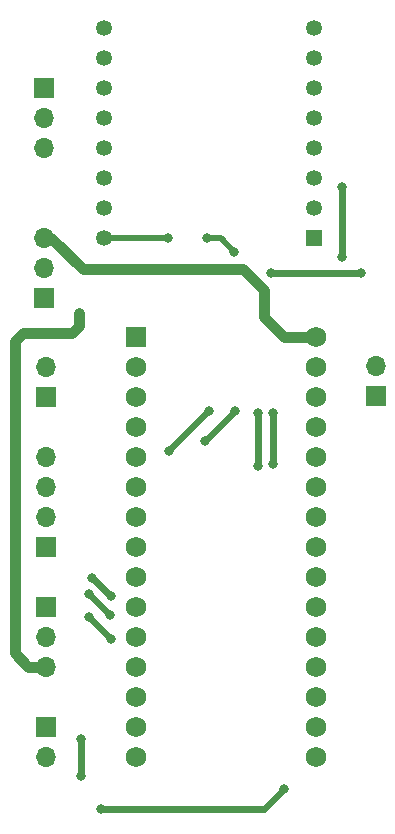
<source format=gbl>
%TF.GenerationSoftware,KiCad,Pcbnew,(5.1.10)-1*%
%TF.CreationDate,2021-08-05T17:04:43+02:00*%
%TF.ProjectId,kiCAD_projects,6b694341-445f-4707-926f-6a656374732e,rev?*%
%TF.SameCoordinates,Original*%
%TF.FileFunction,Copper,L2,Bot*%
%TF.FilePolarity,Positive*%
%FSLAX46Y46*%
G04 Gerber Fmt 4.6, Leading zero omitted, Abs format (unit mm)*
G04 Created by KiCad (PCBNEW (5.1.10)-1) date 2021-08-05 17:04:43*
%MOMM*%
%LPD*%
G01*
G04 APERTURE LIST*
%TA.AperFunction,ComponentPad*%
%ADD10O,1.700000X1.700000*%
%TD*%
%TA.AperFunction,ComponentPad*%
%ADD11R,1.700000X1.700000*%
%TD*%
%TA.AperFunction,ComponentPad*%
%ADD12R,1.350000X1.350000*%
%TD*%
%TA.AperFunction,ComponentPad*%
%ADD13C,1.350000*%
%TD*%
%TA.AperFunction,ComponentPad*%
%ADD14R,1.727200X1.727200*%
%TD*%
%TA.AperFunction,ComponentPad*%
%ADD15C,1.727200*%
%TD*%
%TA.AperFunction,ViaPad*%
%ADD16C,0.800000*%
%TD*%
%TA.AperFunction,Conductor*%
%ADD17C,0.900000*%
%TD*%
%TA.AperFunction,Conductor*%
%ADD18C,0.600000*%
%TD*%
%TA.AperFunction,Conductor*%
%ADD19C,0.500000*%
%TD*%
G04 APERTURE END LIST*
D10*
%TO.P,J5,2*%
%TO.N,Net-(J5-Pad2)*%
X515147560Y567730640D03*
D11*
%TO.P,J5,1*%
%TO.N,GND*%
X515147560Y565190640D03*
%TD*%
D10*
%TO.P,J3,2*%
%TO.N,Net-(J3-Pad2)*%
X487205020Y567710320D03*
D11*
%TO.P,J3,1*%
%TO.N,GND*%
X487205020Y565170320D03*
%TD*%
D12*
%TO.P,U1,1*%
%TO.N,Net-(A1-Pad5V)*%
X509905000Y578612000D03*
D13*
%TO.P,U1,2*%
%TO.N,Net-(R2-Pad2)*%
X509905000Y581152000D03*
%TO.P,U1,3*%
%TO.N,Net-(R1-Pad2)*%
X509905000Y583692000D03*
%TO.P,U1,4*%
%TO.N,N/C*%
X509905000Y586232000D03*
%TO.P,U1,5*%
X509905000Y588772000D03*
%TO.P,U1,6*%
%TO.N,Net-(J2-Pad3)*%
X509905000Y591312000D03*
%TO.P,U1,7*%
%TO.N,GND*%
X509905000Y593852000D03*
%TO.P,U1,8*%
%TO.N,Net-(J2-Pad2)*%
X509905000Y596392000D03*
%TO.P,U1,9*%
%TO.N,N/C*%
X492125000Y596392000D03*
%TO.P,U1,10*%
X492125000Y593852000D03*
%TO.P,U1,11*%
X492125000Y591312000D03*
%TO.P,U1,12*%
X492125000Y588772000D03*
%TO.P,U1,13*%
X492125000Y586232000D03*
%TO.P,U1,14*%
X492125000Y583692000D03*
%TO.P,U1,15*%
X492125000Y581152000D03*
%TO.P,U1,16*%
%TO.N,Net-(A1-PadD2)*%
X492125000Y578612000D03*
%TD*%
D14*
%TO.P,A1,D1*%
%TO.N,N/C*%
X494817400Y570255400D03*
D15*
%TO.P,A1,D0*%
X494817400Y567715400D03*
%TO.P,A1,RST1*%
X494817400Y565175400D03*
%TO.P,A1,GND1*%
X494817400Y562635400D03*
%TO.P,A1,D2*%
%TO.N,Net-(A1-PadD2)*%
X494817400Y560095400D03*
%TO.P,A1,D3*%
%TO.N,Net-(A1-PadD3)*%
X494817400Y557555400D03*
%TO.P,A1,D4*%
%TO.N,N/C*%
X494817400Y555015400D03*
%TO.P,A1,D5*%
%TO.N,Net-(A1-PadD5)*%
X494817400Y552475400D03*
%TO.P,A1,D6*%
%TO.N,Net-(A1-PadD6)*%
X494817400Y549935400D03*
%TO.P,A1,D7*%
%TO.N,Net-(A1-PadD7)*%
X494817400Y547395400D03*
%TO.P,A1,D8*%
%TO.N,Net-(A1-PadD8)*%
X494817400Y544855400D03*
%TO.P,A1,D9*%
%TO.N,Net-(A1-PadD9)*%
X494817400Y542315400D03*
%TO.P,A1,D10*%
%TO.N,Net-(A1-PadD10)*%
X494817400Y539775400D03*
%TO.P,A1,D11*%
%TO.N,Net-(A1-PadD11)*%
X494817400Y537235400D03*
%TO.P,A1,D12*%
%TO.N,N/C*%
X494817400Y534695400D03*
%TO.P,A1,D13*%
X510057400Y534695400D03*
%TO.P,A1,3V3*%
X510057400Y537235400D03*
%TO.P,A1,AREF*%
X510057400Y539775400D03*
%TO.P,A1,A0*%
%TO.N,Net-(A1-PadA0)*%
X510057400Y542315400D03*
%TO.P,A1,A1*%
%TO.N,N/C*%
X510057400Y544855400D03*
%TO.P,A1,A2*%
X510057400Y547395400D03*
%TO.P,A1,A3*%
X510057400Y549935400D03*
%TO.P,A1,A4*%
X510057400Y552475400D03*
%TO.P,A1,A5*%
X510057400Y555015400D03*
%TO.P,A1,A6*%
X510057400Y557555400D03*
%TO.P,A1,A7*%
X510057400Y560095400D03*
%TO.P,A1,5V*%
%TO.N,Net-(A1-Pad5V)*%
X510057400Y562635400D03*
%TO.P,A1,RST2*%
%TO.N,N/C*%
X510057400Y565175400D03*
%TO.P,A1,GND2*%
%TO.N,GND*%
X510057400Y567715400D03*
%TO.P,A1,VIN*%
%TO.N,Net-(A1-PadVIN)*%
X510057400Y570255400D03*
%TD*%
D10*
%TO.P,J2,3*%
%TO.N,Net-(J2-Pad3)*%
X487045000Y586226920D03*
%TO.P,J2,2*%
%TO.N,Net-(J2-Pad2)*%
X487045000Y588766920D03*
D11*
%TO.P,J2,1*%
%TO.N,GND*%
X487045000Y591306920D03*
%TD*%
D10*
%TO.P,J1,2*%
%TO.N,Net-(J1-Pad2)*%
X487189780Y534692860D03*
D11*
%TO.P,J1,1*%
%TO.N,GND*%
X487189780Y537232860D03*
%TD*%
D10*
%TO.P,J4,4*%
%TO.N,Net-(A1-PadD7)*%
X487205020Y560097940D03*
%TO.P,J4,3*%
%TO.N,Net-(A1-PadD8)*%
X487205020Y557557940D03*
%TO.P,J4,2*%
%TO.N,Net-(A1-PadD9)*%
X487205020Y555017940D03*
D11*
%TO.P,J4,1*%
%TO.N,GND*%
X487205020Y552477940D03*
%TD*%
D10*
%TO.P,J6,3*%
%TO.N,Net-(A1-Pad5V)*%
X487202480Y542315400D03*
%TO.P,J6,2*%
%TO.N,Net-(A1-PadA0)*%
X487202480Y544855400D03*
D11*
%TO.P,J6,1*%
%TO.N,GND*%
X487202480Y547395400D03*
%TD*%
D10*
%TO.P,J7,3*%
%TO.N,Net-(A1-PadVIN)*%
X487045000Y578627240D03*
%TO.P,J7,2*%
%TO.N,Net-(A1-Pad5V)*%
X487045000Y576087240D03*
D11*
%TO.P,J7,1*%
%TO.N,GND*%
X487045000Y573547240D03*
%TD*%
D16*
%TO.N,Net-(A1-Pad5V)*%
X490021880Y572239140D03*
%TO.N,Net-(A1-PadD11)*%
X506476000Y563753000D03*
X506476000Y559511200D03*
%TO.N,Net-(A1-PadD10)*%
X512318000Y576986400D03*
X505180600Y559305460D03*
X505180600Y563775860D03*
X512312920Y582952860D03*
%TO.N,Net-(A1-PadD9)*%
X492734600Y544652200D03*
X490880400Y546506400D03*
%TO.N,Net-(A1-PadD8)*%
X490880400Y548487600D03*
X492683800Y546684200D03*
%TO.N,Net-(A1-PadD7)*%
X492760000Y548259000D03*
X491159800Y549859200D03*
%TO.N,Net-(A1-PadD3)*%
X513890260Y575602100D03*
X506244860Y575602100D03*
X503196860Y563961280D03*
X500654320Y561418740D03*
%TO.N,Net-(A1-PadA0)*%
X507415800Y531952200D03*
X490220000Y536194000D03*
X491871000Y530225000D03*
X490220000Y533095200D03*
%TO.N,Net-(A1-PadD2)*%
X503186700Y577430900D03*
X501040400Y563956200D03*
X497662200Y560578000D03*
X500885460Y578612000D03*
X497583460Y578612000D03*
%TD*%
D17*
%TO.N,Net-(A1-PadVIN)*%
X487646980Y578627240D02*
X487045000Y578627240D01*
X490329220Y575945000D02*
X487646980Y578627240D01*
X503936000Y575945000D02*
X490329220Y575945000D01*
X505714000Y574167000D02*
X503936000Y575945000D01*
X505714000Y571881000D02*
X505714000Y574167000D01*
X507365000Y570230000D02*
X505714000Y571881000D01*
X510032000Y570230000D02*
X507365000Y570230000D01*
%TO.N,Net-(A1-Pad5V)*%
X485724200Y542290000D02*
X487172000Y542290000D01*
X484581200Y543433000D02*
X485724200Y542290000D01*
X484581200Y562193440D02*
X484581200Y543433000D01*
X484581200Y562193440D02*
X484581200Y569793120D01*
X484581200Y569854080D02*
X485292400Y570565280D01*
X484581200Y569793120D02*
X484581200Y569854080D01*
X485292400Y570565280D02*
X489399580Y570565280D01*
X489399580Y570565280D02*
X490021880Y571187580D01*
X490021880Y571187580D02*
X490021880Y572239140D01*
X490021880Y572239140D02*
X490021880Y572239140D01*
D18*
%TO.N,Net-(A1-PadD11)*%
X506476000Y561162200D02*
X506476000Y559511200D01*
X506476000Y563753000D02*
X506476000Y561162200D01*
%TO.N,Net-(A1-PadD10)*%
X505180600Y561007260D02*
X505180600Y559305460D01*
X505180600Y563775860D02*
X505180600Y561007260D01*
X512318000Y582947780D02*
X512312920Y582952860D01*
X512318000Y576986400D02*
X512318000Y582947780D01*
%TO.N,Net-(A1-PadD9)*%
X492734600Y544652200D02*
X490880400Y546506400D01*
%TO.N,Net-(A1-PadD8)*%
X490880400Y548487600D02*
X492683800Y546684200D01*
%TO.N,Net-(A1-PadD7)*%
X492760000Y548259000D02*
X491159800Y549859200D01*
%TO.N,Net-(A1-PadD3)*%
X513890260Y575602100D02*
X506244860Y575602100D01*
X503196860Y563961280D02*
X500654320Y561418740D01*
%TO.N,Net-(A1-PadA0)*%
X507415800Y531952200D02*
X505688600Y530225000D01*
X505688600Y530225000D02*
X491871000Y530225000D01*
X490220000Y533095200D02*
X490220000Y536194000D01*
D19*
%TO.N,Net-(A1-PadD2)*%
X502005600Y578612000D02*
X503186700Y577430900D01*
X503186700Y577430900D02*
X503199400Y577418200D01*
X501040400Y563956200D02*
X497662200Y560578000D01*
X502005600Y578612000D02*
X500885460Y578612000D01*
X497583460Y578612000D02*
X492125000Y578612000D01*
%TD*%
M02*

</source>
